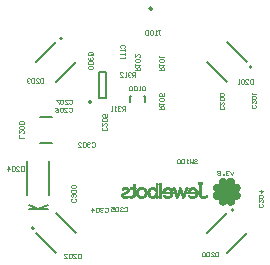
<source format=gbo>
G04 Layer_Color=32896*
%FSLAX25Y25*%
%MOIN*%
G70*
G01*
G75*
%ADD44C,0.00500*%
%ADD47C,0.00400*%
%ADD77C,0.00787*%
%ADD140C,0.00100*%
D44*
X3545Y46291D02*
G03*
X3545Y46291I-557J0D01*
G01*
X-16642Y15188D02*
G03*
X-16642Y15188I-591J0D01*
G01*
X30607Y-20748D02*
G03*
X30607Y-20748I-394J0D01*
G01*
X-26479Y36338D02*
G03*
X-26479Y36338I-394J0D01*
G01*
X-35945Y-26873D02*
G03*
X-35945Y-26873I-394J0D01*
G01*
X36732Y26873D02*
G03*
X36732Y26873I-394J0D01*
G01*
X1059Y15303D02*
Y17272D01*
X620D02*
X1059D01*
X-4059Y15303D02*
Y17272D01*
X-3620D01*
X-37650Y-20630D02*
X-31350D01*
X-30760Y-15709D02*
Y-4390D01*
X-38240Y-15709D02*
Y-4390D01*
X-34500Y-20630D02*
X-31350Y-19055D01*
X-37650D02*
X-34500Y-20630D01*
X-33768Y10131D02*
X-29831D01*
X-33768Y1469D02*
X-29831D01*
X21862Y-28543D02*
X28543Y-21862D01*
X28543Y-35225D02*
X35225Y-28543D01*
X-35225Y28543D02*
X-28543Y35225D01*
X-28543Y21862D02*
X-21862Y28543D01*
X-35225Y-28543D02*
X-28543Y-35225D01*
X-28543Y-21862D02*
X-21862Y-28543D01*
X28543Y35225D02*
X35225Y28543D01*
X21862Y28543D02*
X28543Y21862D01*
D47*
X-6949Y33225D02*
X-7199Y33475D01*
Y33974D01*
X-6949Y34224D01*
X-5949D01*
X-5699Y33974D01*
Y33475D01*
X-5949Y33225D01*
X-5699Y32725D02*
Y32225D01*
Y32475D01*
X-7199D01*
X-6949Y32725D01*
X-5699Y31475D02*
Y30975D01*
Y31225D01*
X-7199D01*
X-6949Y31475D01*
X-5699Y30226D02*
Y29726D01*
Y29976D01*
X-7199D01*
X-6949Y30226D01*
X27250Y13700D02*
X27499Y13450D01*
Y12950D01*
X27250Y12700D01*
X26250D01*
X26000Y12950D01*
Y13450D01*
X26250Y13700D01*
X26000Y15199D02*
Y14199D01*
X27000Y15199D01*
X27250D01*
X27499Y14949D01*
Y14449D01*
X27250Y14199D01*
Y15699D02*
X27499Y15949D01*
Y16449D01*
X27250Y16699D01*
X26250D01*
X26000Y16449D01*
Y15949D01*
X26250Y15699D01*
X27250D01*
Y17199D02*
X27499Y17448D01*
Y17948D01*
X27250Y18198D01*
X26250D01*
X26000Y17948D01*
Y17448D01*
X26250Y17199D01*
X27250D01*
X37850Y14200D02*
X38100Y13950D01*
Y13450D01*
X37850Y13200D01*
X36850D01*
X36600Y13450D01*
Y13950D01*
X36850Y14200D01*
X36600Y15699D02*
Y14699D01*
X37600Y15699D01*
X37850D01*
X38100Y15449D01*
Y14949D01*
X37850Y14699D01*
Y16199D02*
X38100Y16449D01*
Y16949D01*
X37850Y17199D01*
X36850D01*
X36600Y16949D01*
Y16449D01*
X36850Y16199D01*
X37850D01*
X36600Y17699D02*
Y18198D01*
Y17948D01*
X38100D01*
X37850Y17699D01*
X40250Y-18800D02*
X40499Y-19050D01*
Y-19550D01*
X40250Y-19800D01*
X39250D01*
X39000Y-19550D01*
Y-19050D01*
X39250Y-18800D01*
X39000Y-17301D02*
Y-18301D01*
X40000Y-17301D01*
X40250D01*
X40499Y-17551D01*
Y-18051D01*
X40250Y-18301D01*
Y-16801D02*
X40499Y-16551D01*
Y-16051D01*
X40250Y-15801D01*
X39250D01*
X39000Y-16051D01*
Y-16551D01*
X39250Y-16801D01*
X40250D01*
X39000Y-14552D02*
X40499D01*
X39750Y-15301D01*
Y-14302D01*
X-11850Y6700D02*
X-11601Y6450D01*
Y5950D01*
X-11850Y5700D01*
X-12850D01*
X-13100Y5950D01*
Y6450D01*
X-12850Y6700D01*
X-13100Y8199D02*
Y7199D01*
X-12100Y8199D01*
X-11850D01*
X-11601Y7949D01*
Y7449D01*
X-11850Y7199D01*
Y8699D02*
X-11601Y8949D01*
Y9449D01*
X-11850Y9699D01*
X-12850D01*
X-13100Y9449D01*
Y8949D01*
X-12850Y8699D01*
X-11850D01*
X-11601Y11198D02*
Y10199D01*
X-12350D01*
X-12100Y10698D01*
Y10948D01*
X-12350Y11198D01*
X-12850D01*
X-13100Y10948D01*
Y10448D01*
X-12850Y10199D01*
X-24300Y13050D02*
X-24050Y13299D01*
X-23550D01*
X-23300Y13050D01*
Y12050D01*
X-23550Y11800D01*
X-24050D01*
X-24300Y12050D01*
X-25799Y11800D02*
X-24800D01*
X-25799Y12800D01*
Y13050D01*
X-25549Y13299D01*
X-25049D01*
X-24800Y13050D01*
X-26299D02*
X-26549Y13299D01*
X-27049D01*
X-27299Y13050D01*
Y12050D01*
X-27049Y11800D01*
X-26549D01*
X-26299Y12050D01*
Y13050D01*
X-28798Y13299D02*
X-28298Y13050D01*
X-27799Y12550D01*
Y12050D01*
X-28049Y11800D01*
X-28548D01*
X-28798Y12050D01*
Y12300D01*
X-28548Y12550D01*
X-27799D01*
X-24200Y15750D02*
X-23950Y16000D01*
X-23450D01*
X-23200Y15750D01*
Y14750D01*
X-23450Y14500D01*
X-23950D01*
X-24200Y14750D01*
X-25699Y14500D02*
X-24700D01*
X-25699Y15500D01*
Y15750D01*
X-25449Y16000D01*
X-24949D01*
X-24700Y15750D01*
X-26199D02*
X-26449Y16000D01*
X-26949D01*
X-27199Y15750D01*
Y14750D01*
X-26949Y14500D01*
X-26449D01*
X-26199Y14750D01*
Y15750D01*
X-27699Y16000D02*
X-28698D01*
Y15750D01*
X-27699Y14750D01*
Y14500D01*
X-22250Y-17000D02*
X-22001Y-17250D01*
Y-17750D01*
X-22250Y-18000D01*
X-23250D01*
X-23500Y-17750D01*
Y-17250D01*
X-23250Y-17000D01*
X-22250Y-16500D02*
X-22001Y-16251D01*
Y-15751D01*
X-22250Y-15501D01*
X-22500D01*
X-22750Y-15751D01*
Y-16001D01*
Y-15751D01*
X-23000Y-15501D01*
X-23250D01*
X-23500Y-15751D01*
Y-16251D01*
X-23250Y-16500D01*
X-22250Y-15001D02*
X-22001Y-14751D01*
Y-14251D01*
X-22250Y-14001D01*
X-23250D01*
X-23500Y-14251D01*
Y-14751D01*
X-23250Y-15001D01*
X-22250D01*
Y-13501D02*
X-22001Y-13251D01*
Y-12752D01*
X-22250Y-12502D01*
X-23250D01*
X-23500Y-12752D01*
Y-13251D01*
X-23250Y-13501D01*
X-22250D01*
X-16700Y1550D02*
X-16450Y1799D01*
X-15950D01*
X-15700Y1550D01*
Y550D01*
X-15950Y300D01*
X-16450D01*
X-16700Y550D01*
X-17199Y1550D02*
X-17449Y1799D01*
X-17949D01*
X-18199Y1550D01*
Y1300D01*
X-17949Y1050D01*
X-17699D01*
X-17949D01*
X-18199Y800D01*
Y550D01*
X-17949Y300D01*
X-17449D01*
X-17199Y550D01*
X-18699Y1550D02*
X-18949Y1799D01*
X-19449D01*
X-19699Y1550D01*
Y550D01*
X-19449Y300D01*
X-18949D01*
X-18699Y550D01*
Y1550D01*
X-21198Y300D02*
X-20198D01*
X-21198Y1300D01*
Y1550D01*
X-20948Y1799D01*
X-20448D01*
X-20198Y1550D01*
X-12389Y-20250D02*
X-12139Y-20000D01*
X-11639D01*
X-11389Y-20250D01*
Y-21250D01*
X-11639Y-21500D01*
X-12139D01*
X-12389Y-21250D01*
X-12889Y-20250D02*
X-13138Y-20000D01*
X-13638D01*
X-13888Y-20250D01*
Y-20500D01*
X-13638Y-20750D01*
X-13388D01*
X-13638D01*
X-13888Y-21000D01*
Y-21250D01*
X-13638Y-21500D01*
X-13138D01*
X-12889Y-21250D01*
X-14388Y-20250D02*
X-14638Y-20000D01*
X-15138D01*
X-15388Y-20250D01*
Y-21250D01*
X-15138Y-21500D01*
X-14638D01*
X-14388Y-21250D01*
Y-20250D01*
X-16637Y-21500D02*
Y-20000D01*
X-15888Y-20750D01*
X-16887D01*
X-5770Y-20050D02*
X-5520Y-19801D01*
X-5020D01*
X-4770Y-20050D01*
Y-21050D01*
X-5020Y-21300D01*
X-5520D01*
X-5770Y-21050D01*
X-6270Y-20050D02*
X-6520Y-19801D01*
X-7019D01*
X-7269Y-20050D01*
Y-20300D01*
X-7019Y-20550D01*
X-6769D01*
X-7019D01*
X-7269Y-20800D01*
Y-21050D01*
X-7019Y-21300D01*
X-6520D01*
X-6270Y-21050D01*
X-7769Y-20050D02*
X-8019Y-19801D01*
X-8519D01*
X-8769Y-20050D01*
Y-21050D01*
X-8519Y-21300D01*
X-8019D01*
X-7769Y-21050D01*
Y-20050D01*
X-10268Y-19801D02*
X-9269D01*
Y-20550D01*
X-9769Y-20300D01*
X-10018D01*
X-10268Y-20550D01*
Y-21050D01*
X-10018Y-21300D01*
X-9519D01*
X-9269Y-21050D01*
X25555Y-34738D02*
Y-36237D01*
X24805D01*
X24555Y-35987D01*
Y-34988D01*
X24805Y-34738D01*
X25555D01*
X23056Y-36237D02*
X24055D01*
X23056Y-35237D01*
Y-34988D01*
X23306Y-34738D01*
X23806D01*
X24055Y-34988D01*
X22556D02*
X22306Y-34738D01*
X21806D01*
X21556Y-34988D01*
Y-35987D01*
X21806Y-36237D01*
X22306D01*
X22556Y-35987D01*
Y-34988D01*
X21056D02*
X20807Y-34738D01*
X20307D01*
X20057Y-34988D01*
Y-35987D01*
X20307Y-36237D01*
X20807D01*
X21056Y-35987D01*
Y-34988D01*
X37049Y22831D02*
Y21332D01*
X36300D01*
X36050Y21582D01*
Y22581D01*
X36300Y22831D01*
X37049D01*
X34550Y21332D02*
X35550D01*
X34550Y22331D01*
Y22581D01*
X34800Y22831D01*
X35300D01*
X35550Y22581D01*
X34051D02*
X33801Y22831D01*
X33301D01*
X33051Y22581D01*
Y21582D01*
X33301Y21332D01*
X33801D01*
X34051Y21582D01*
Y22581D01*
X32551Y21332D02*
X32051D01*
X32301D01*
Y22831D01*
X32551Y22581D01*
X-20349Y-35332D02*
Y-36832D01*
X-21099D01*
X-21349Y-36582D01*
Y-35582D01*
X-21099Y-35332D01*
X-20349D01*
X-22849Y-36832D02*
X-21849D01*
X-22849Y-35832D01*
Y-35582D01*
X-22599Y-35332D01*
X-22099D01*
X-21849Y-35582D01*
X-23349D02*
X-23598Y-35332D01*
X-24098D01*
X-24348Y-35582D01*
Y-36582D01*
X-24098Y-36832D01*
X-23598D01*
X-23349Y-36582D01*
Y-35582D01*
X-25848Y-36832D02*
X-24848D01*
X-25848Y-35832D01*
Y-35582D01*
X-25598Y-35332D01*
X-25098D01*
X-24848Y-35582D01*
X-32800Y23099D02*
Y21600D01*
X-33550D01*
X-33800Y21850D01*
Y22850D01*
X-33550Y23099D01*
X-32800D01*
X-35299Y21600D02*
X-34299D01*
X-35299Y22600D01*
Y22850D01*
X-35049Y23099D01*
X-34549D01*
X-34299Y22850D01*
X-35799D02*
X-36049Y23099D01*
X-36549D01*
X-36799Y22850D01*
Y21850D01*
X-36549Y21600D01*
X-36049D01*
X-35799Y21850D01*
Y22850D01*
X-37299D02*
X-37549Y23099D01*
X-38048D01*
X-38298Y22850D01*
Y22600D01*
X-38048Y22350D01*
X-37798D01*
X-38048D01*
X-38298Y22100D01*
Y21850D01*
X-38048Y21600D01*
X-37549D01*
X-37299Y21850D01*
X-39400Y-6301D02*
Y-7800D01*
X-40150D01*
X-40400Y-7550D01*
Y-6550D01*
X-40150Y-6301D01*
X-39400D01*
X-41899Y-7800D02*
X-40900D01*
X-41899Y-6800D01*
Y-6550D01*
X-41649Y-6301D01*
X-41149D01*
X-40900Y-6550D01*
X-42399D02*
X-42649Y-6301D01*
X-43149D01*
X-43399Y-6550D01*
Y-7550D01*
X-43149Y-7800D01*
X-42649D01*
X-42399Y-7550D01*
Y-6550D01*
X-44648Y-7800D02*
Y-6301D01*
X-43899Y-7050D01*
X-44898D01*
X5500Y39099D02*
X6000D01*
X5750D01*
Y37850D01*
X6000Y37600D01*
X6250D01*
X6500Y37850D01*
X5001Y37600D02*
X4501D01*
X4751D01*
Y39099D01*
X5001Y38850D01*
X3751D02*
X3501Y39099D01*
X3001D01*
X2751Y38850D01*
Y37850D01*
X3001Y37600D01*
X3501D01*
X3751Y37850D01*
Y38850D01*
X2251D02*
X2001Y39099D01*
X1502D01*
X1252Y38850D01*
Y37850D01*
X1502Y37600D01*
X2001D01*
X2251Y37850D01*
Y38850D01*
X-39301Y3200D02*
X-40800D01*
Y4200D01*
Y5699D02*
Y4699D01*
X-39800Y5699D01*
X-39550D01*
X-39301Y5449D01*
Y4949D01*
X-39550Y4699D01*
Y6199D02*
X-39301Y6449D01*
Y6949D01*
X-39550Y7199D01*
X-40550D01*
X-40800Y6949D01*
Y6449D01*
X-40550Y6199D01*
X-39550D01*
Y7699D02*
X-39301Y7948D01*
Y8448D01*
X-39550Y8698D01*
X-40550D01*
X-40800Y8448D01*
Y7948D01*
X-40550Y7699D01*
X-39550D01*
X-16650Y30700D02*
X-17650D01*
X-17899Y30950D01*
Y31450D01*
X-17650Y31700D01*
X-16650D01*
X-16400Y31450D01*
Y30950D01*
X-16900Y31200D02*
X-16400Y30700D01*
Y30950D02*
X-16650Y30700D01*
X-17650Y30200D02*
X-17899Y29951D01*
Y29451D01*
X-17650Y29201D01*
X-17400D01*
X-17150Y29451D01*
Y29701D01*
Y29451D01*
X-16900Y29201D01*
X-16650D01*
X-16400Y29451D01*
Y29951D01*
X-16650Y30200D01*
X-17650Y28701D02*
X-17899Y28451D01*
Y27951D01*
X-17650Y27701D01*
X-16650D01*
X-16400Y27951D01*
Y28451D01*
X-16650Y28701D01*
X-17650D01*
Y27201D02*
X-17899Y26952D01*
Y26452D01*
X-17650Y26202D01*
X-16650D01*
X-16400Y26452D01*
Y26952D01*
X-16650Y27201D01*
X-17650D01*
X5880Y25782D02*
X7380D01*
Y26532D01*
X7130Y26782D01*
X6630D01*
X6380Y26532D01*
Y25782D01*
Y26282D02*
X5880Y26782D01*
Y27281D02*
Y27781D01*
Y27531D01*
X7380D01*
X7130Y27281D01*
Y28531D02*
X7380Y28781D01*
Y29281D01*
X7130Y29531D01*
X6130D01*
X5880Y29281D01*
Y28781D01*
X6130Y28531D01*
X7130D01*
X5880Y30031D02*
Y30530D01*
Y30281D01*
X7380D01*
X7130Y30031D01*
X-2119Y25800D02*
X-619D01*
Y26550D01*
X-869Y26800D01*
X-1369D01*
X-1619Y26550D01*
Y25800D01*
Y26300D02*
X-2119Y26800D01*
Y27299D02*
Y27799D01*
Y27549D01*
X-619D01*
X-869Y27299D01*
Y28549D02*
X-619Y28799D01*
Y29299D01*
X-869Y29549D01*
X-1869D01*
X-2119Y29299D01*
Y28799D01*
X-1869Y28549D01*
X-869D01*
X-2119Y31048D02*
Y30049D01*
X-1119Y31048D01*
X-869D01*
X-619Y30798D01*
Y30299D01*
X-869Y30049D01*
X-5500Y12300D02*
Y13800D01*
X-6250D01*
X-6500Y13550D01*
Y13050D01*
X-6250Y12800D01*
X-5500D01*
X-6000D02*
X-6500Y12300D01*
X-7000Y13550D02*
X-7249Y13800D01*
X-7749D01*
X-7999Y13550D01*
Y13300D01*
X-7749Y13050D01*
X-7499D01*
X-7749D01*
X-7999Y12800D01*
Y12550D01*
X-7749Y12300D01*
X-7249D01*
X-7000Y12550D01*
X-8499Y12300D02*
X-8999D01*
X-8749D01*
Y13800D01*
X-8499Y13550D01*
X-9749Y12300D02*
X-10249D01*
X-9999D01*
Y13800D01*
X-9749Y13550D01*
X-2100Y23600D02*
Y25100D01*
X-2850D01*
X-3100Y24850D01*
Y24350D01*
X-2850Y24100D01*
X-2100D01*
X-2600D02*
X-3100Y23600D01*
X-3599Y24850D02*
X-3849Y25100D01*
X-4349D01*
X-4599Y24850D01*
Y24600D01*
X-4349Y24350D01*
X-4099D01*
X-4349D01*
X-4599Y24100D01*
Y23850D01*
X-4349Y23600D01*
X-3849D01*
X-3599Y23850D01*
X-5099Y23600D02*
X-5599D01*
X-5349D01*
Y25100D01*
X-5099Y24850D01*
X-7348Y23600D02*
X-6349D01*
X-7348Y24600D01*
Y24850D01*
X-7098Y25100D01*
X-6599D01*
X-6349Y24850D01*
X17500Y-4050D02*
X17750Y-3801D01*
X18250D01*
X18500Y-4050D01*
Y-4300D01*
X18250Y-4550D01*
X17750D01*
X17500Y-4800D01*
Y-5050D01*
X17750Y-5300D01*
X18250D01*
X18500Y-5050D01*
X17000Y-3801D02*
Y-5300D01*
X16501Y-4800D01*
X16001Y-5300D01*
Y-3801D01*
X15501Y-5300D02*
X15001D01*
X15251D01*
Y-3801D01*
X15501Y-4050D01*
X14251D02*
X14001Y-3801D01*
X13502D01*
X13252Y-4050D01*
Y-5050D01*
X13502Y-5300D01*
X14001D01*
X14251Y-5050D01*
Y-4050D01*
X12752D02*
X12502Y-3801D01*
X12002D01*
X11752Y-4050D01*
Y-5050D01*
X12002Y-5300D01*
X12502D01*
X12752Y-5050D01*
Y-4050D01*
X82Y19334D02*
Y20334D01*
X332Y20584D01*
X832D01*
X1082Y20334D01*
Y19334D01*
X832Y19084D01*
X332D01*
X582Y19584D02*
X82Y19084D01*
X332D02*
X82Y19334D01*
X-418Y19084D02*
X-918D01*
X-668D01*
Y20584D01*
X-418Y20334D01*
X-1667D02*
X-1917Y20584D01*
X-2417D01*
X-2667Y20334D01*
Y19334D01*
X-2417Y19084D01*
X-1917D01*
X-1667Y19334D01*
Y20334D01*
X-3167D02*
X-3417Y20584D01*
X-3917D01*
X-4167Y20334D01*
Y19334D01*
X-3917Y19084D01*
X-3417D01*
X-3167Y19334D01*
Y20334D01*
X5800Y12800D02*
X7299D01*
Y13550D01*
X7050Y13800D01*
X6550D01*
X6300Y13550D01*
Y12800D01*
Y13300D02*
X5800Y13800D01*
Y14299D02*
Y14799D01*
Y14549D01*
X7299D01*
X7050Y14299D01*
Y15549D02*
X7299Y15799D01*
Y16299D01*
X7050Y16549D01*
X6050D01*
X5800Y16299D01*
Y15799D01*
X6050Y15549D01*
X7050D01*
X7299Y18048D02*
Y17049D01*
X6550D01*
X6800Y17549D01*
Y17798D01*
X6550Y18048D01*
X6050D01*
X5800Y17798D01*
Y17299D01*
X6050Y17049D01*
X30500Y-8200D02*
X30000Y-9200D01*
X29500Y-8200D01*
X29000Y-7950D02*
X28751Y-7700D01*
X28251D01*
X28001Y-7950D01*
Y-8200D01*
X28251Y-8450D01*
X28501D01*
X28251D01*
X28001Y-8700D01*
Y-8950D01*
X28251Y-9200D01*
X28751D01*
X29000Y-8950D01*
X27501Y-9200D02*
Y-8950D01*
X27251D01*
Y-9200D01*
X27501D01*
X26251Y-7950D02*
X26001Y-7700D01*
X25502D01*
X25252Y-7950D01*
Y-8200D01*
X25502Y-8450D01*
X25252Y-8700D01*
Y-8950D01*
X25502Y-9200D01*
X26001D01*
X26251Y-8950D01*
Y-8700D01*
X26001Y-8450D01*
X26251Y-8200D01*
Y-7950D01*
X26001Y-8450D02*
X25502D01*
D77*
X-14181Y16369D02*
X-11819D01*
X-14181Y25031D02*
X-11819D01*
X-14181Y16369D02*
Y25031D01*
X-11819Y16369D02*
Y25031D01*
D140*
X26700Y-19000D02*
X27100D01*
X29200D02*
X29600D01*
X26400Y-18900D02*
X27500D01*
X28900D02*
X30000D01*
X26200Y-18800D02*
X27600D01*
X28700D02*
X30200D01*
X26100Y-18700D02*
X27800D01*
X28600D02*
X30300D01*
X26000Y-18600D02*
X27900D01*
X28500D02*
X30400D01*
X25900Y-18500D02*
X28000D01*
X28400D02*
X30500D01*
X25800Y-18400D02*
X28100D01*
X28300D02*
X30600D01*
X25800Y-18300D02*
X28100D01*
X28300D02*
X30600D01*
X25700Y-18200D02*
X30700D01*
X25700Y-18100D02*
X30700D01*
X25600Y-18000D02*
X30700D01*
X25600Y-17900D02*
X30700D01*
X25600Y-17800D02*
X30800D01*
X25600Y-17700D02*
X30800D01*
X25600Y-17600D02*
X30800D01*
X25600Y-17500D02*
X30800D01*
X25600Y-17400D02*
X30700D01*
X25700Y-17300D02*
X30700D01*
X25700Y-17200D02*
X30700D01*
X24600Y-17100D02*
X25600D01*
X25700D02*
X30600D01*
X30800D02*
X31700D01*
X24400Y-17000D02*
X31900D01*
X24300Y-16900D02*
X32100D01*
X8300Y-16800D02*
X8800D01*
X16600D02*
X17100D01*
X20200D02*
X20800D01*
X24200D02*
X32200D01*
X-6100Y-16700D02*
X-4900D01*
X-3900D02*
X-3100D01*
X-800D02*
X400D01*
X3000D02*
X4000D01*
X4800D02*
X5200D01*
X5800D02*
X6300D01*
X7800D02*
X9200D01*
X11500D02*
X11900D01*
X13500D02*
X13900D01*
X16100D02*
X17500D01*
X19900D02*
X21100D01*
X24100D02*
X32300D01*
X-6300Y-16600D02*
X-4700D01*
X-4100D02*
X-2800D01*
X-1000D02*
X700D01*
X2800D02*
X4200D01*
X4700D02*
X5300D01*
X5800D02*
X6400D01*
X7600D02*
X9400D01*
X11500D02*
X12000D01*
X13500D02*
X14000D01*
X15900D02*
X17700D01*
X19700D02*
X21300D01*
X24000D02*
X32400D01*
X-6500Y-16500D02*
X-4500D01*
X-4200D02*
X-2700D01*
X-1200D02*
X800D01*
X2600D02*
X4400D01*
X4600D02*
X5400D01*
X5700D02*
X6500D01*
X7400D02*
X9500D01*
X11400D02*
X12100D01*
X13400D02*
X14100D01*
X15800D02*
X17900D01*
X19500D02*
X21500D01*
X23900D02*
X32400D01*
X-6600Y-16400D02*
X-4400D01*
X-4200D02*
X-2600D01*
X-1300D02*
X1000D01*
X2500D02*
X4500D01*
X4600D02*
X5400D01*
X5700D02*
X6500D01*
X7300D02*
X9700D01*
X11400D02*
X12100D01*
X13400D02*
X14100D01*
X15600D02*
X18000D01*
X19400D02*
X21600D01*
X23900D02*
X32500D01*
X-6700Y-16300D02*
X-4300D01*
X-4200D02*
X-2600D01*
X-1400D02*
X1100D01*
X2400D02*
X4500D01*
X4600D02*
X5300D01*
X5800D02*
X6500D01*
X7200D02*
X9800D01*
X11300D02*
X12100D01*
X13400D02*
X14200D01*
X15500D02*
X18100D01*
X19400D02*
X21700D01*
X23900D02*
X32500D01*
X-6700Y-16200D02*
X-5800D01*
X-5200D02*
X-4300D01*
X-4100D02*
X-2500D01*
X-1500D02*
X-500D01*
X100D02*
X1200D01*
X2300D02*
X5200D01*
X5900D02*
X6500D01*
X7100D02*
X8100D01*
X8900D02*
X9900D01*
X11300D02*
X12200D01*
X13300D02*
X14200D01*
X15500D02*
X16500D01*
X17200D02*
X18200D01*
X19300D02*
X20100D01*
X20900D02*
X21800D01*
X23800D02*
X32500D01*
X-6800Y-16100D02*
X-6000D01*
X-4900D02*
X-4400D01*
X-3200D02*
X-2500D01*
X-1600D02*
X-700D01*
X400D02*
X1300D01*
X2200D02*
X3100D01*
X3900D02*
X5200D01*
X5900D02*
X6500D01*
X7100D02*
X7900D01*
X9100D02*
X9900D01*
X11300D02*
X12200D01*
X13300D02*
X14200D01*
X15500D02*
X16200D01*
X17400D02*
X18300D01*
X19200D02*
X20000D01*
X21000D02*
X21800D01*
X23800D02*
X32600D01*
X-6800Y-16000D02*
X-6100D01*
X-4800D02*
X-4500D01*
X-3100D02*
X-2400D01*
X-1700D02*
X-900D01*
X500D02*
X1400D01*
X2200D02*
X3000D01*
X4100D02*
X5200D01*
X5900D02*
X6500D01*
X7100D02*
X7700D01*
X9200D02*
X10000D01*
X11200D02*
X12200D01*
X13300D02*
X14300D01*
X15500D02*
X16100D01*
X17600D02*
X18300D01*
X19200D02*
X19900D01*
X21200D02*
X21900D01*
X23800D02*
X32600D01*
X-6800Y-15900D02*
X-6100D01*
X-3100D02*
X-2400D01*
X-1700D02*
X-1000D01*
X700D02*
X1400D01*
X2100D02*
X2900D01*
X4200D02*
X5200D01*
X5900D02*
X6500D01*
X7200D02*
X7600D01*
X9300D02*
X10100D01*
X11200D02*
X12200D01*
X13200D02*
X14300D01*
X15500D02*
X15900D01*
X17700D02*
X18400D01*
X19100D02*
X19800D01*
X21300D02*
X21900D01*
X23800D02*
X32600D01*
X-6800Y-15800D02*
X-6200D01*
X-3000D02*
X-2400D01*
X-1800D02*
X-1100D01*
X800D02*
X1500D01*
X2100D02*
X2800D01*
X4300D02*
X5200D01*
X5900D02*
X6500D01*
X9400D02*
X10100D01*
X11200D02*
X12300D01*
X13200D02*
X13700D01*
X13800D02*
X14300D01*
X17700D02*
X18400D01*
X19100D02*
X19800D01*
X21300D02*
X21800D01*
X23800D02*
X32600D01*
X-6800Y-15700D02*
X-6100D01*
X-3000D02*
X-2400D01*
X-1800D02*
X-1100D01*
X800D02*
X1500D01*
X2000D02*
X2700D01*
X4400D02*
X5200D01*
X5900D02*
X6500D01*
X9500D02*
X10100D01*
X11100D02*
X12300D01*
X13200D02*
X13700D01*
X13800D02*
X14400D01*
X17800D02*
X18500D01*
X19100D02*
X19700D01*
X21400D02*
X21700D01*
X23800D02*
X32600D01*
X-6800Y-15600D02*
X-6100D01*
X-3000D02*
X-2400D01*
X-1900D02*
X-1200D01*
X900D02*
X1600D01*
X2000D02*
X2700D01*
X4400D02*
X5200D01*
X5900D02*
X6500D01*
X9500D02*
X10200D01*
X11100D02*
X11700D01*
X11800D02*
X12300D01*
X13100D02*
X13700D01*
X13800D02*
X14400D01*
X17900D02*
X18500D01*
X19100D02*
X19700D01*
X23800D02*
X32600D01*
X-6700Y-15500D02*
X-5900D01*
X-3000D02*
X-2400D01*
X-1900D02*
X-1300D01*
X1000D02*
X1600D01*
X2000D02*
X2600D01*
X4500D02*
X5200D01*
X5900D02*
X6500D01*
X9600D02*
X10200D01*
X11100D02*
X11700D01*
X11800D02*
X12400D01*
X13100D02*
X13700D01*
X13800D02*
X14400D01*
X17900D02*
X18500D01*
X19100D02*
X19700D01*
X23800D02*
X32500D01*
X-6600Y-15400D02*
X-5700D01*
X-3000D02*
X-2400D01*
X-1900D02*
X-1300D01*
X1000D02*
X1600D01*
X1900D02*
X2600D01*
X4500D02*
X5200D01*
X5900D02*
X6500D01*
X9600D02*
X10200D01*
X11000D02*
X11600D01*
X11800D02*
X12400D01*
X13100D02*
X13700D01*
X13900D02*
X14500D01*
X17900D02*
X18600D01*
X19000D02*
X19700D01*
X23900D02*
X32500D01*
X-6600Y-15300D02*
X-5500D01*
X-3000D02*
X-2400D01*
X-2000D02*
X-1300D01*
X1000D02*
X1700D01*
X1900D02*
X2600D01*
X4500D02*
X5200D01*
X5900D02*
X6500D01*
X9600D02*
X10200D01*
X11000D02*
X11600D01*
X11900D02*
X12400D01*
X13000D02*
X13600D01*
X13900D02*
X14500D01*
X18000D02*
X18600D01*
X19000D02*
X19700D01*
X23900D02*
X32500D01*
X-6500Y-15200D02*
X-5300D01*
X-3000D02*
X-2400D01*
X-2000D02*
X-1300D01*
X1000D02*
X1700D01*
X1900D02*
X2500D01*
X4600D02*
X5200D01*
X5900D02*
X6500D01*
X7000D02*
X10300D01*
X10900D02*
X11600D01*
X11900D02*
X12500D01*
X13000D02*
X13600D01*
X13900D02*
X14600D01*
X15300D02*
X18600D01*
X19000D02*
X19700D01*
X24000D02*
X32400D01*
X-6400Y-15100D02*
X-5000D01*
X-3000D02*
X-2400D01*
X-2000D02*
X-1400D01*
X1100D02*
X1700D01*
X1900D02*
X2500D01*
X4600D02*
X5200D01*
X5900D02*
X6500D01*
X6900D02*
X10300D01*
X10900D02*
X11500D01*
X11900D02*
X12500D01*
X13000D02*
X13600D01*
X14000D02*
X14600D01*
X15200D02*
X18600D01*
X19000D02*
X19700D01*
X24000D02*
X32400D01*
X-6200Y-15000D02*
X-4900D01*
X-3000D02*
X-2400D01*
X-2000D02*
X-1400D01*
X1100D02*
X1700D01*
X1900D02*
X2500D01*
X4600D02*
X5200D01*
X5900D02*
X6500D01*
X6900D02*
X10300D01*
X10900D02*
X11500D01*
X12000D02*
X12500D01*
X12900D02*
X13500D01*
X14000D02*
X14600D01*
X15200D02*
X18600D01*
X19000D02*
X19700D01*
X24100D02*
X32300D01*
X-6000Y-14900D02*
X-4700D01*
X-3000D02*
X-2400D01*
X-2000D02*
X-1400D01*
X1100D02*
X1700D01*
X1900D02*
X2500D01*
X4600D02*
X5200D01*
X5900D02*
X6500D01*
X6900D02*
X10300D01*
X10800D02*
X11500D01*
X12000D02*
X12600D01*
X12900D02*
X13500D01*
X14000D02*
X14700D01*
X15200D02*
X18600D01*
X19000D02*
X19700D01*
X24200D02*
X32200D01*
X-5800Y-14800D02*
X-4600D01*
X-3000D02*
X-2400D01*
X-2000D02*
X-1300D01*
X1100D02*
X1700D01*
X1900D02*
X2500D01*
X4600D02*
X5200D01*
X5900D02*
X6500D01*
X6900D02*
X10300D01*
X10800D02*
X11400D01*
X12000D02*
X12600D01*
X12900D02*
X13500D01*
X14100D02*
X14700D01*
X15200D02*
X18600D01*
X19000D02*
X19700D01*
X24300D02*
X32100D01*
X-5600Y-14700D02*
X-4500D01*
X-3000D02*
X-2400D01*
X-2000D02*
X-1300D01*
X1000D02*
X1700D01*
X1900D02*
X2500D01*
X4600D02*
X5200D01*
X5900D02*
X6500D01*
X6900D02*
X7500D01*
X9600D02*
X10200D01*
X10800D02*
X11400D01*
X12000D02*
X12600D01*
X12800D02*
X13400D01*
X14100D02*
X14700D01*
X15300D02*
X15900D01*
X18000D02*
X18600D01*
X19000D02*
X19700D01*
X24400D02*
X31900D01*
X-5300Y-14600D02*
X-4400D01*
X-3000D02*
X-2400D01*
X-1900D02*
X-1300D01*
X1000D02*
X1600D01*
X1900D02*
X2600D01*
X4500D02*
X5200D01*
X5900D02*
X6500D01*
X6900D02*
X7600D01*
X9600D02*
X10200D01*
X10700D02*
X11400D01*
X12100D02*
X12700D01*
X12800D02*
X13400D01*
X14200D02*
X14800D01*
X15300D02*
X15900D01*
X17900D02*
X18600D01*
X19000D02*
X19700D01*
X24700D02*
X31700D01*
X-5100Y-14500D02*
X-4400D01*
X-3000D02*
X-2400D01*
X-1900D02*
X-1300D01*
X1000D02*
X1600D01*
X1900D02*
X2600D01*
X4500D02*
X5200D01*
X5900D02*
X6500D01*
X7000D02*
X7600D01*
X9600D02*
X10200D01*
X10700D02*
X11300D01*
X12100D02*
X12700D01*
X12800D02*
X13400D01*
X14200D02*
X14800D01*
X15300D02*
X15900D01*
X17900D02*
X18500D01*
X19000D02*
X19700D01*
X24400D02*
X31900D01*
X-5000Y-14400D02*
X-4300D01*
X-3000D02*
X-2400D01*
X-1900D02*
X-1200D01*
X900D02*
X1600D01*
X2000D02*
X2600D01*
X4500D02*
X5200D01*
X5900D02*
X6500D01*
X7000D02*
X7600D01*
X9500D02*
X10200D01*
X10700D02*
X11300D01*
X12100D02*
X12700D01*
X12800D02*
X13400D01*
X14200D02*
X14800D01*
X15300D02*
X16000D01*
X17900D02*
X18500D01*
X19000D02*
X19700D01*
X24300D02*
X32100D01*
X-4900Y-14300D02*
X-4300D01*
X-3000D02*
X-2400D01*
X-1800D02*
X-1200D01*
X900D02*
X1500D01*
X2000D02*
X2700D01*
X4400D02*
X5200D01*
X5900D02*
X6500D01*
X7000D02*
X7700D01*
X9500D02*
X10100D01*
X10600D02*
X11300D01*
X12200D02*
X13300D01*
X14300D02*
X14900D01*
X15400D02*
X16000D01*
X17800D02*
X18500D01*
X19000D02*
X19700D01*
X24200D02*
X32200D01*
X-4900Y-14200D02*
X-4300D01*
X-3000D02*
X-2400D01*
X-1800D02*
X-1100D01*
X800D02*
X1500D01*
X2000D02*
X2700D01*
X4300D02*
X5200D01*
X5900D02*
X6500D01*
X7100D02*
X7800D01*
X9400D02*
X10100D01*
X10600D02*
X11200D01*
X12200D02*
X13300D01*
X14300D02*
X14900D01*
X15400D02*
X16100D01*
X17700D02*
X18400D01*
X19000D02*
X19700D01*
X24100D02*
X32300D01*
X-4900Y-14100D02*
X-4300D01*
X-3000D02*
X-2400D01*
X-1700D02*
X-1000D01*
X700D02*
X1400D01*
X2100D02*
X2800D01*
X4300D02*
X5200D01*
X5900D02*
X6500D01*
X7100D02*
X7900D01*
X9300D02*
X10000D01*
X10500D02*
X11200D01*
X12200D02*
X13300D01*
X14300D02*
X15000D01*
X15500D02*
X16200D01*
X17600D02*
X18400D01*
X19000D02*
X19700D01*
X24000D02*
X32400D01*
X-6500Y-14000D02*
X-6200D01*
X-5000D02*
X-4300D01*
X-3000D02*
X-2400D01*
X-1700D02*
X-900D01*
X600D02*
X1400D01*
X2100D02*
X2900D01*
X4200D02*
X5200D01*
X5900D02*
X6500D01*
X7200D02*
X8000D01*
X9200D02*
X10000D01*
X10500D02*
X11100D01*
X12300D02*
X13200D01*
X14400D02*
X15000D01*
X15500D02*
X16300D01*
X17500D02*
X18300D01*
X19000D02*
X19700D01*
X24000D02*
X32400D01*
X-6600Y-13900D02*
X-6100D01*
X-5100D02*
X-4300D01*
X-3000D02*
X-2400D01*
X-1600D02*
X-700D01*
X400D02*
X1300D01*
X2200D02*
X3100D01*
X4000D02*
X5200D01*
X5900D02*
X6500D01*
X7200D02*
X8100D01*
X9000D02*
X9900D01*
X10500D02*
X11100D01*
X12300D02*
X13200D01*
X14400D02*
X15000D01*
X15600D02*
X16400D01*
X17400D02*
X18200D01*
X19000D02*
X19700D01*
X23900D02*
X32500D01*
X-6600Y-13800D02*
X-5900D01*
X-5300D02*
X-4400D01*
X-3000D02*
X-2400D01*
X-1500D02*
X-500D01*
X200D02*
X1200D01*
X2300D02*
X3300D01*
X3700D02*
X5200D01*
X5900D02*
X6500D01*
X7300D02*
X8400D01*
X8700D02*
X9800D01*
X10400D02*
X11100D01*
X12300D02*
X13200D01*
X14400D02*
X15100D01*
X15700D02*
X16700D01*
X17100D02*
X18200D01*
X19000D02*
X19700D01*
X23900D02*
X32500D01*
X-6600Y-13700D02*
X-4400D01*
X-3900D02*
X-2100D01*
X-1400D02*
X1100D01*
X2400D02*
X5200D01*
X5900D02*
X6500D01*
X7400D02*
X9700D01*
X10200D02*
X11000D01*
X12400D02*
X13100D01*
X14500D02*
X15200D01*
X15800D02*
X18100D01*
X19000D02*
X19700D01*
X23800D02*
X32500D01*
X-6600Y-13600D02*
X-4500D01*
X-3900D02*
X-2000D01*
X-1300D02*
X1000D01*
X2500D02*
X4500D01*
X4600D02*
X5200D01*
X5900D02*
X6500D01*
X7500D02*
X9600D01*
X10200D02*
X11000D01*
X12400D02*
X13100D01*
X14500D02*
X15300D01*
X15900D02*
X17900D01*
X19000D02*
X19700D01*
X23800D02*
X32600D01*
X-6500Y-13500D02*
X-4600D01*
X-3900D02*
X-2000D01*
X-1200D02*
X900D01*
X2600D02*
X4400D01*
X4600D02*
X5200D01*
X5900D02*
X6500D01*
X7600D02*
X9500D01*
X10200D02*
X11000D01*
X12400D02*
X13100D01*
X14500D02*
X15300D01*
X16000D02*
X17800D01*
X19000D02*
X19700D01*
X23800D02*
X32600D01*
X-6400Y-13400D02*
X-4800D01*
X-3900D02*
X-2000D01*
X-1000D02*
X700D01*
X2800D02*
X4200D01*
X4600D02*
X5200D01*
X5900D02*
X6500D01*
X7800D02*
X9300D01*
X10200D02*
X10900D01*
X12500D02*
X13000D01*
X14600D02*
X15300D01*
X16100D02*
X17600D01*
X19000D02*
X19700D01*
X23800D02*
X32600D01*
X-6200Y-13300D02*
X-5000D01*
X-3900D02*
X-2100D01*
X-800D02*
X500D01*
X3000D02*
X4000D01*
X4600D02*
X5200D01*
X5900D02*
X6500D01*
X8000D02*
X9100D01*
X10300D02*
X10700D01*
X12500D02*
X12900D01*
X14700D02*
X15100D01*
X16400D02*
X17400D01*
X19000D02*
X19700D01*
X23800D02*
X32600D01*
X-5800Y-13200D02*
X-5400D01*
X-3000D02*
X-2400D01*
X-400D02*
X0D01*
X4600D02*
X5200D01*
X5900D02*
X6500D01*
X19000D02*
X19700D01*
X23800D02*
X32600D01*
X-3000Y-13100D02*
X-2400D01*
X4600D02*
X5200D01*
X5900D02*
X6500D01*
X19000D02*
X19700D01*
X23800D02*
X32600D01*
X-3000Y-13000D02*
X-2400D01*
X4600D02*
X5200D01*
X5900D02*
X6500D01*
X19000D02*
X19700D01*
X23800D02*
X32500D01*
X-3000Y-12900D02*
X-2400D01*
X4600D02*
X5200D01*
X5900D02*
X6500D01*
X19000D02*
X19300D01*
X19400D02*
X19600D01*
X23900D02*
X32500D01*
X-3000Y-12800D02*
X-2400D01*
X4600D02*
X5200D01*
X5900D02*
X6500D01*
X19000D02*
X19200D01*
X23900D02*
X32500D01*
X-3000Y-12700D02*
X-2300D01*
X4600D02*
X5200D01*
X5900D02*
X6500D01*
X23900D02*
X32400D01*
X-3000Y-12600D02*
X-2200D01*
X4600D02*
X5200D01*
X5900D02*
X6500D01*
X19300D02*
X19500D01*
X24000D02*
X32400D01*
X-2900Y-12500D02*
X-2200D01*
X4600D02*
X5200D01*
X5900D02*
X6500D01*
X19200D02*
X19600D01*
X24100D02*
X32300D01*
X-2900Y-12400D02*
X-2200D01*
X4600D02*
X5200D01*
X5900D02*
X6500D01*
X19100D02*
X19700D01*
X24200D02*
X32200D01*
X-2800Y-12300D02*
X-2400D01*
X4600D02*
X5300D01*
X5800D02*
X6500D01*
X19000D02*
X19800D01*
X24300D02*
X32100D01*
X4600Y-12200D02*
X5400D01*
X5700D02*
X6500D01*
X18900D02*
X19900D01*
X24400D02*
X31900D01*
X4600Y-12100D02*
X5400D01*
X5700D02*
X6500D01*
X18800D02*
X20000D01*
X24600D02*
X25600D01*
X25700D02*
X30600D01*
X30800D02*
X31700D01*
X4700Y-12000D02*
X5300D01*
X5800D02*
X6400D01*
X18700D02*
X20100D01*
X25700D02*
X30700D01*
X4800Y-11900D02*
X5200D01*
X5800D02*
X6300D01*
X18600D02*
X20200D01*
X25700D02*
X30700D01*
X18600Y-11800D02*
X20200D01*
X25600D02*
X30700D01*
X18600Y-11700D02*
X20200D01*
X25600D02*
X30800D01*
X18600Y-11600D02*
X20200D01*
X25600D02*
X30800D01*
X18700Y-11500D02*
X20100D01*
X25600D02*
X30800D01*
X18700Y-11400D02*
X19300D01*
X19400D02*
X20000D01*
X25600D02*
X30800D01*
X25600Y-11300D02*
X30700D01*
X25600Y-11200D02*
X30700D01*
X25700Y-11100D02*
X30700D01*
X25700Y-11000D02*
X30700D01*
X25800Y-10900D02*
X28100D01*
X28300D02*
X30600D01*
X25800Y-10800D02*
X28100D01*
X28300D02*
X30600D01*
X25900Y-10700D02*
X28000D01*
X28400D02*
X30500D01*
X26000Y-10600D02*
X27900D01*
X28500D02*
X30400D01*
X26100Y-10500D02*
X27800D01*
X28600D02*
X30300D01*
X26200Y-10400D02*
X27600D01*
X28700D02*
X30200D01*
X26400Y-10300D02*
X27500D01*
X28900D02*
X30000D01*
X26700Y-10200D02*
X27100D01*
X29200D02*
X29600D01*
M02*

</source>
